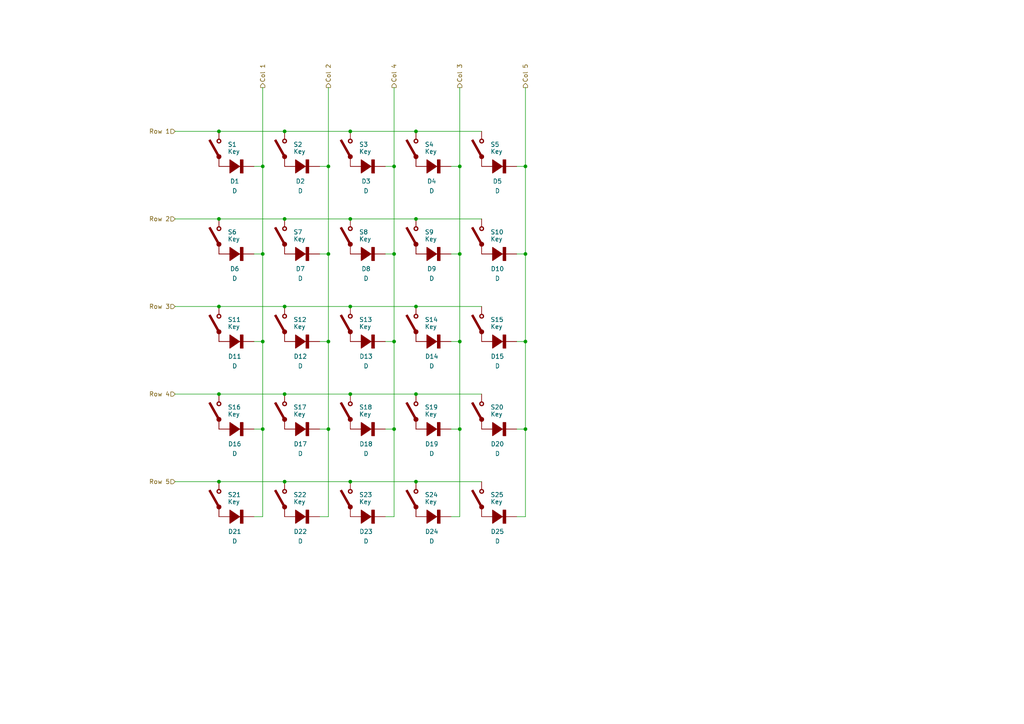
<source format=kicad_sch>
(kicad_sch (version 20250114) (generator "eeschema") (generator_version "9.0")
  (paper "A4")
  (lib_symbols
    (symbol "PCM_Elektuur:D" (pin_numbers (hide yes)) (pin_names (offset 0) (hide yes))
      (property "Reference" "D" (at 0.635 3.175 0))
      (property "Value" "${SIM.PARAMS}" (at 0.635 -3.175 0))
      (symbol "D_1_0"
        (pin passive line (at 0 5.08 270) (length 3.175) (name "A+") (number "2"))
        (pin passive line (at 0 -5.08 90) (length 3.175) (name "K-") (number "1"))
      )
      (symbol "D_1_1"
        (polyline (pts (xy -1.905 -1.905) (xy 1.905 -1.905) (xy 1.905 -1.143) (xy 0 -1.143) (xy 0 -0.889) (xy 1.905 1.905) (xy -1.905 1.905) (xy 0 -0.889) (xy 0 -1.143) (xy -1.905 -1.143) (xy -1.905 -1.905)) (stroke (width 0.254)) (fill (type outline)))
      )
      (symbol "D_1_2"
        (polyline (pts (xy -0.127 -1.905) (xy 1.905 -1.905) (xy 1.905 -1.143) (xy 0 -1.143) (xy 0 -0.889) (xy 1.905 1.905) (xy -0.0254 1.905) (xy -0.9652 0.5334) (xy 0 -0.889) (xy 0 -1.143) (xy -0.127 -1.143) (xy -0.127 -1.905)) (stroke (width 0.254)) (fill (type outline)))
      )
    )
    (symbol "PCM_Elektuur:S-make" (pin_numbers (hide yes)) (pin_names (offset 0) (hide yes))
      (property "Reference" "S" (at 1.27 3.175 0))
      (property "Value" "S-make" (at 1.27 -3.175 0))
      (symbol "S-make_1_1"
        (polyline (pts (xy -2.8956 2.413) (xy -0.381 -2.0574) (xy 0.0254 -1.8288) (xy -2.4892 2.6416) (xy -2.8956 2.413)) (stroke (width 0.254)) (fill (type outline)))
        (circle (center 0 2.2606) (radius 0.5334) (stroke (width 0.3556)))
        (circle (center 0 -2.2606) (radius 0.5334) (stroke (width 0.3556)) (fill (type outline)))
        (pin passive line (at 0 5.08 270) (length 2.2352) (name "4") (number "4"))
        (pin passive line (at 0 -5.08 90) (length 2.2352) (name "3") (number "3"))
      )
      (symbol "S-make_1_2"
        (polyline (pts (xy -0.3556 -1.8796) (xy 0.0508 -1.651) (xy -2.2352 2.413) (xy -2.6416 2.1844) (xy -0.3556 -1.8796)) (stroke (width 0.254)) (fill (type outline)))
        (circle (center 0 2.032) (radius 0.5334) (stroke (width 0.3556)))
        (circle (center 0 -2.032) (radius 0.5334) (stroke (width 0.3556)) (fill (type outline)))
        (pin passive line (at 0 5.08 270) (length 2.4638) (name "4") (number "4"))
        (pin passive line (at 0 -5.08 90) (length 2.4638) (name "3") (number "3"))
      )
      (symbol "S-make_1_3"
        (polyline (pts (xy -0.3556 -2.1082) (xy 0.0508 -1.8796) (xy -2.2352 2.1844) (xy -2.6416 1.9558) (xy -0.3556 -2.1082)) (stroke (width 0.254)) (fill (type outline)))
        (circle (center 0 2.2606) (radius 0.5334) (stroke (width 0.3556)))
        (circle (center 0 -2.2606) (radius 0.5334) (stroke (width 0.3556)) (fill (type outline)))
        (pin passive line (at 0 5.08 270) (length 2.2352) (name "4") (number "4"))
        (pin passive line (at 0 -5.08 90) (length 2.2352) (name "3") (number "3"))
      )
    )
  )
  (junction (at 95.25 48.26))
  (junction (at 95.25 73.66))
  (junction (at 82.55 38.1))
  (junction (at 152.4 99.06))
  (junction (at 76.2 73.66))
  (junction (at 63.5 114.3))
  (junction (at 114.3 124.46))
  (junction (at 133.35 99.06))
  (junction (at 101.6 38.1))
  (junction (at 133.35 73.66))
  (junction (at 152.4 48.26))
  (junction (at 120.65 139.7))
  (junction (at 152.4 124.46))
  (junction (at 63.5 38.1))
  (junction (at 133.35 124.46))
  (junction (at 63.5 139.7))
  (junction (at 120.65 114.3))
  (junction (at 120.65 63.5))
  (junction (at 95.25 99.06))
  (junction (at 114.3 99.06))
  (junction (at 82.55 88.9))
  (junction (at 152.4 73.66))
  (junction (at 76.2 124.46))
  (junction (at 120.65 88.9))
  (junction (at 120.65 38.1))
  (junction (at 82.55 139.7))
  (junction (at 63.5 63.5))
  (junction (at 101.6 63.5))
  (junction (at 82.55 114.3))
  (junction (at 82.55 63.5))
  (junction (at 95.25 124.46))
  (junction (at 101.6 88.9))
  (junction (at 76.2 48.26))
  (junction (at 76.2 99.06))
  (junction (at 101.6 114.3))
  (junction (at 63.5 88.9))
  (junction (at 133.35 48.26))
  (junction (at 101.6 139.7))
  (junction (at 114.3 48.26))
  (junction (at 114.3 73.66))
  (wire (pts (xy 95.25 73.66) (xy 92.71 73.66)))
  (wire (pts (xy 152.4 25.4) (xy 152.4 48.26)))
  (wire (pts (xy 120.65 139.7) (xy 139.7 139.7)))
  (wire (pts (xy 114.3 73.66) (xy 114.3 99.06)))
  (wire (pts (xy 50.8 38.1) (xy 63.5 38.1)))
  (wire (pts (xy 101.6 114.3) (xy 120.65 114.3)))
  (wire (pts (xy 149.86 73.66) (xy 152.4 73.66)))
  (wire (pts (xy 82.55 38.1) (xy 101.6 38.1)))
  (wire (pts (xy 149.86 124.46) (xy 152.4 124.46)))
  (wire (pts (xy 101.6 63.5) (xy 120.65 63.5)))
  (wire (pts (xy 133.35 25.4) (xy 133.35 48.26)))
  (wire (pts (xy 114.3 149.86) (xy 111.76 149.86)))
  (wire (pts (xy 76.2 25.4) (xy 76.2 48.26)))
  (wire (pts (xy 50.8 139.7) (xy 63.5 139.7)))
  (wire (pts (xy 152.4 149.86) (xy 149.86 149.86)))
  (wire (pts (xy 95.25 124.46) (xy 92.71 124.46)))
  (wire (pts (xy 76.2 149.86) (xy 73.66 149.86)))
  (wire (pts (xy 82.55 139.7) (xy 101.6 139.7)))
  (wire (pts (xy 95.25 48.26) (xy 95.25 73.66)))
  (wire (pts (xy 133.35 124.46) (xy 130.81 124.46)))
  (wire (pts (xy 95.25 149.86) (xy 92.71 149.86)))
  (wire (pts (xy 82.55 63.5) (xy 101.6 63.5)))
  (wire (pts (xy 152.4 48.26) (xy 152.4 73.66)))
  (wire (pts (xy 95.25 99.06) (xy 95.25 124.46)))
  (wire (pts (xy 101.6 139.7) (xy 120.65 139.7)))
  (wire (pts (xy 63.5 63.5) (xy 82.55 63.5)))
  (wire (pts (xy 120.65 114.3) (xy 139.7 114.3)))
  (wire (pts (xy 95.25 124.46) (xy 95.25 149.86)))
  (wire (pts (xy 152.4 73.66) (xy 152.4 99.06)))
  (wire (pts (xy 95.25 48.26) (xy 92.71 48.26)))
  (wire (pts (xy 63.5 114.3) (xy 82.55 114.3)))
  (wire (pts (xy 120.65 88.9) (xy 139.7 88.9)))
  (wire (pts (xy 149.86 99.06) (xy 152.4 99.06)))
  (wire (pts (xy 50.8 63.5) (xy 63.5 63.5)))
  (wire (pts (xy 76.2 99.06) (xy 76.2 124.46)))
  (wire (pts (xy 82.55 88.9) (xy 101.6 88.9)))
  (wire (pts (xy 76.2 48.26) (xy 73.66 48.26)))
  (wire (pts (xy 133.35 73.66) (xy 133.35 99.06)))
  (wire (pts (xy 120.65 63.5) (xy 139.7 63.5)))
  (wire (pts (xy 95.25 99.06) (xy 92.71 99.06)))
  (wire (pts (xy 63.5 88.9) (xy 82.55 88.9)))
  (wire (pts (xy 95.25 73.66) (xy 95.25 99.06)))
  (wire (pts (xy 114.3 73.66) (xy 111.76 73.66)))
  (wire (pts (xy 114.3 124.46) (xy 111.76 124.46)))
  (wire (pts (xy 133.35 99.06) (xy 130.81 99.06)))
  (wire (pts (xy 76.2 124.46) (xy 76.2 149.86)))
  (wire (pts (xy 101.6 88.9) (xy 120.65 88.9)))
  (wire (pts (xy 120.65 38.1) (xy 139.7 38.1)))
  (wire (pts (xy 114.3 99.06) (xy 111.76 99.06)))
  (wire (pts (xy 114.3 48.26) (xy 111.76 48.26)))
  (wire (pts (xy 63.5 38.1) (xy 82.55 38.1)))
  (wire (pts (xy 133.35 73.66) (xy 130.81 73.66)))
  (wire (pts (xy 76.2 48.26) (xy 76.2 73.66)))
  (wire (pts (xy 133.35 48.26) (xy 133.35 73.66)))
  (wire (pts (xy 133.35 124.46) (xy 133.35 149.86)))
  (wire (pts (xy 50.8 88.9) (xy 63.5 88.9)))
  (wire (pts (xy 114.3 99.06) (xy 114.3 124.46)))
  (wire (pts (xy 76.2 73.66) (xy 73.66 73.66)))
  (wire (pts (xy 76.2 124.46) (xy 73.66 124.46)))
  (wire (pts (xy 114.3 124.46) (xy 114.3 149.86)))
  (wire (pts (xy 114.3 48.26) (xy 114.3 73.66)))
  (wire (pts (xy 133.35 99.06) (xy 133.35 124.46)))
  (wire (pts (xy 82.55 114.3) (xy 101.6 114.3)))
  (wire (pts (xy 114.3 25.4) (xy 114.3 48.26)))
  (wire (pts (xy 152.4 48.26) (xy 149.86 48.26)))
  (wire (pts (xy 133.35 149.86) (xy 130.81 149.86)))
  (wire (pts (xy 63.5 139.7) (xy 82.55 139.7)))
  (wire (pts (xy 76.2 99.06) (xy 73.66 99.06)))
  (wire (pts (xy 152.4 124.46) (xy 152.4 149.86)))
  (wire (pts (xy 50.8 114.3) (xy 63.5 114.3)))
  (wire (pts (xy 152.4 99.06) (xy 152.4 124.46)))
  (wire (pts (xy 133.35 48.26) (xy 130.81 48.26)))
  (wire (pts (xy 101.6 38.1) (xy 120.65 38.1)))
  (wire (pts (xy 95.25 25.4) (xy 95.25 48.26)))
  (wire (pts (xy 76.2 73.66) (xy 76.2 99.06)))
  (hierarchical_label "Col 4" (shape output) (at 114.3 25.4 90))
  (hierarchical_label "Col 3" (shape output) (at 133.35 25.4 90))
  (hierarchical_label "Col 2" (shape output) (at 95.25 25.4 90))
  (hierarchical_label "Row 3" (shape input) (at 50.8 88.9 180))
  (hierarchical_label "Row 2" (shape input) (at 50.8 63.5 180))
  (hierarchical_label "Row 1" (shape input) (at 50.8 38.1 180))
  (hierarchical_label "Row 5" (shape input) (at 50.8 139.7 180))
  (hierarchical_label "Row 4" (shape input) (at 50.8 114.3 180))
  (hierarchical_label "Col 1" (shape output) (at 76.2 25.4 90))
  (hierarchical_label "Col 5" (shape output) (at 152.4 25.4 90))
  (symbol (lib_id "PCM_Elektuur:S-make") (at 63.5 93.98 0) (unit 1)
    (property "Reference" "S11" (at 66.04 92.7099 0) (effects (justify left)))
    (property "Value" "Key" (at 66.04 94.742 0) (effects (justify left)))
    (property "Description" "make/closing contact; switch, single pole, single throw, normally open (SPST-NO/A)" (effects (hide yes)))
    (property "Sim.Pins" "3=1 3=2 3=3 4=4 4=5 4=6" (effects (hide yes)))
    (property "Sim.Device" "SPICE" (effects (hide yes)))
    (property "Sim.Params" "X" (effects (hide yes)))
    (property "Rating" "V/A" (effects (hide yes)))
  )
  (symbol (lib_id "PCM_Elektuur:S-make") (at 63.5 68.58 0) (unit 1)
    (property "Reference" "S6" (at 66.04 67.3099 0) (effects (justify left)))
    (property "Value" "Key" (at 66.04 69.342 0) (effects (justify left)))
    (property "Description" "make/closing contact; switch, single pole, single throw, normally open (SPST-NO/A)" (effects (hide yes)))
    (property "Sim.Pins" "3=1 3=2 3=3 4=4 4=5 4=6" (effects (hide yes)))
    (property "Sim.Device" "SPICE" (effects (hide yes)))
    (property "Sim.Params" "X" (effects (hide yes)))
    (property "Rating" "V/A" (effects (hide yes)))
  )
  (symbol (lib_id "PCM_Elektuur:D") (at 87.63 48.26 90) (unit 1)
    (property "Reference" "D2" (at 87.122 52.578 90))
    (property "Value" "D" (at 87.122 55.372 90))
    (property "Description" "semiconductor diode" (effects (hide yes)))
    (property "Sim.Pins" "2=1 1=2" (effects (hide yes)))
    (property "Sim.Device" "SPICE" (effects (hide yes)))
    (property "Sim.Params" "type=\"\" model=\"D\" lib=\"semiconductor.lib\"" (effects (hide yes)))
    (property "Rating" "V/A" (effects (hide yes)))
  )
  (symbol (lib_id "PCM_Elektuur:S-make") (at 101.6 119.38 0) (unit 1)
    (property "Reference" "S18" (at 104.14 118.1099 0) (effects (justify left)))
    (property "Value" "Key" (at 104.14 120.142 0) (effects (justify left)))
    (property "Description" "make/closing contact; switch, single pole, single throw, normally open (SPST-NO/A)" (effects (hide yes)))
    (property "Sim.Pins" "3=1 3=2 3=3 4=4 4=5 4=6" (effects (hide yes)))
    (property "Sim.Device" "SPICE" (effects (hide yes)))
    (property "Sim.Params" "X" (effects (hide yes)))
    (property "Rating" "V/A" (effects (hide yes)))
  )
  (symbol (lib_id "PCM_Elektuur:D") (at 144.78 48.26 90) (unit 1)
    (property "Reference" "D5" (at 144.272 52.578 90))
    (property "Value" "D" (at 144.272 55.372 90))
    (property "Description" "semiconductor diode" (effects (hide yes)))
    (property "Sim.Pins" "2=1 1=2" (effects (hide yes)))
    (property "Sim.Device" "SPICE" (effects (hide yes)))
    (property "Sim.Params" "type=\"\" model=\"D\" lib=\"semiconductor.lib\"" (effects (hide yes)))
    (property "Rating" "V/A" (effects (hide yes)))
  )
  (symbol (lib_id "PCM_Elektuur:S-make") (at 82.55 119.38 0) (unit 1)
    (property "Reference" "S17" (at 85.09 118.1099 0) (effects (justify left)))
    (property "Value" "Key" (at 85.09 120.142 0) (effects (justify left)))
    (property "Description" "make/closing contact; switch, single pole, single throw, normally open (SPST-NO/A)" (effects (hide yes)))
    (property "Sim.Pins" "3=1 3=2 3=3 4=4 4=5 4=6" (effects (hide yes)))
    (property "Sim.Device" "SPICE" (effects (hide yes)))
    (property "Sim.Params" "X" (effects (hide yes)))
    (property "Rating" "V/A" (effects (hide yes)))
  )
  (symbol (lib_id "PCM_Elektuur:D") (at 144.78 124.46 90) (unit 1)
    (property "Reference" "D20" (at 144.272 128.778 90))
    (property "Value" "D" (at 144.272 131.572 90))
    (property "Description" "semiconductor diode" (effects (hide yes)))
    (property "Sim.Pins" "2=1 1=2" (effects (hide yes)))
    (property "Sim.Device" "SPICE" (effects (hide yes)))
    (property "Sim.Params" "type=\"\" model=\"D\" lib=\"semiconductor.lib\"" (effects (hide yes)))
    (property "Rating" "V/A" (effects (hide yes)))
  )
  (symbol (lib_id "PCM_Elektuur:D") (at 125.73 124.46 90) (unit 1)
    (property "Reference" "D19" (at 125.222 128.778 90))
    (property "Value" "D" (at 125.222 131.572 90))
    (property "Description" "semiconductor diode" (effects (hide yes)))
    (property "Sim.Pins" "2=1 1=2" (effects (hide yes)))
    (property "Sim.Device" "SPICE" (effects (hide yes)))
    (property "Sim.Params" "type=\"\" model=\"D\" lib=\"semiconductor.lib\"" (effects (hide yes)))
    (property "Rating" "V/A" (effects (hide yes)))
  )
  (symbol (lib_id "PCM_Elektuur:D") (at 68.58 124.46 90) (unit 1)
    (property "Reference" "D16" (at 68.072 128.778 90))
    (property "Value" "D" (at 68.072 131.572 90))
    (property "Description" "semiconductor diode" (effects (hide yes)))
    (property "Sim.Pins" "2=1 1=2" (effects (hide yes)))
    (property "Sim.Device" "SPICE" (effects (hide yes)))
    (property "Sim.Params" "type=\"\" model=\"D\" lib=\"semiconductor.lib\"" (effects (hide yes)))
    (property "Rating" "V/A" (effects (hide yes)))
  )
  (symbol (lib_id "PCM_Elektuur:D") (at 87.63 99.06 90) (unit 1)
    (property "Reference" "D12" (at 87.122 103.378 90))
    (property "Value" "D" (at 87.122 106.172 90))
    (property "Description" "semiconductor diode" (effects (hide yes)))
    (property "Sim.Pins" "2=1 1=2" (effects (hide yes)))
    (property "Sim.Device" "SPICE" (effects (hide yes)))
    (property "Sim.Params" "type=\"\" model=\"D\" lib=\"semiconductor.lib\"" (effects (hide yes)))
    (property "Rating" "V/A" (effects (hide yes)))
  )
  (symbol (lib_id "PCM_Elektuur:S-make") (at 101.6 144.78 0) (unit 1)
    (property "Reference" "S23" (at 104.14 143.5099 0) (effects (justify left)))
    (property "Value" "Key" (at 104.14 145.542 0) (effects (justify left)))
    (property "Description" "make/closing contact; switch, single pole, single throw, normally open (SPST-NO/A)" (effects (hide yes)))
    (property "Sim.Pins" "3=1 3=2 3=3 4=4 4=5 4=6" (effects (hide yes)))
    (property "Sim.Device" "SPICE" (effects (hide yes)))
    (property "Sim.Params" "X" (effects (hide yes)))
    (property "Rating" "V/A" (effects (hide yes)))
  )
  (symbol (lib_id "PCM_Elektuur:S-make") (at 82.55 43.18 0) (unit 1)
    (property "Reference" "S2" (at 85.09 41.9099 0) (effects (justify left)))
    (property "Value" "Key" (at 85.09 43.942 0) (effects (justify left)))
    (property "Description" "make/closing contact; switch, single pole, single throw, normally open (SPST-NO/A)" (effects (hide yes)))
    (property "Sim.Pins" "3=1 3=2 3=3 4=4 4=5 4=6" (effects (hide yes)))
    (property "Sim.Device" "SPICE" (effects (hide yes)))
    (property "Sim.Params" "X" (effects (hide yes)))
    (property "Rating" "V/A" (effects (hide yes)))
  )
  (symbol (lib_id "PCM_Elektuur:S-make") (at 120.65 144.78 0) (unit 1)
    (property "Reference" "S24" (at 123.19 143.5099 0) (effects (justify left)))
    (property "Value" "Key" (at 123.19 145.542 0) (effects (justify left)))
    (property "Description" "make/closing contact; switch, single pole, single throw, normally open (SPST-NO/A)" (effects (hide yes)))
    (property "Sim.Pins" "3=1 3=2 3=3 4=4 4=5 4=6" (effects (hide yes)))
    (property "Sim.Device" "SPICE" (effects (hide yes)))
    (property "Sim.Params" "X" (effects (hide yes)))
    (property "Rating" "V/A" (effects (hide yes)))
  )
  (symbol (lib_id "PCM_Elektuur:S-make") (at 139.7 119.38 0) (unit 1)
    (property "Reference" "S20" (at 142.24 118.1099 0) (effects (justify left)))
    (property "Value" "Key" (at 142.24 120.142 0) (effects (justify left)))
    (property "Description" "make/closing contact; switch, single pole, single throw, normally open (SPST-NO/A)" (effects (hide yes)))
    (property "Sim.Pins" "3=1 3=2 3=3 4=4 4=5 4=6" (effects (hide yes)))
    (property "Sim.Device" "SPICE" (effects (hide yes)))
    (property "Sim.Params" "X" (effects (hide yes)))
    (property "Rating" "V/A" (effects (hide yes)))
  )
  (symbol (lib_id "PCM_Elektuur:S-make") (at 120.65 68.58 0) (unit 1)
    (property "Reference" "S9" (at 123.19 67.3099 0) (effects (justify left)))
    (property "Value" "Key" (at 123.19 69.342 0) (effects (justify left)))
    (property "Description" "make/closing contact; switch, single pole, single throw, normally open (SPST-NO/A)" (effects (hide yes)))
    (property "Sim.Pins" "3=1 3=2 3=3 4=4 4=5 4=6" (effects (hide yes)))
    (property "Sim.Device" "SPICE" (effects (hide yes)))
    (property "Sim.Params" "X" (effects (hide yes)))
    (property "Rating" "V/A" (effects (hide yes)))
  )
  (symbol (lib_id "PCM_Elektuur:S-make") (at 63.5 43.18 0) (unit 1)
    (property "Reference" "S1" (at 66.04 41.9099 0) (effects (justify left)))
    (property "Value" "Key" (at 66.04 43.942 0) (effects (justify left)))
    (property "Description" "make/closing contact; switch, single pole, single throw, normally open (SPST-NO/A)" (effects (hide yes)))
    (property "Sim.Pins" "3=1 3=2 3=3 4=4 4=5 4=6" (effects (hide yes)))
    (property "Sim.Device" "SPICE" (effects (hide yes)))
    (property "Sim.Params" "X" (effects (hide yes)))
    (property "Rating" "V/A" (effects (hide yes)))
  )
  (symbol (lib_id "PCM_Elektuur:S-make") (at 63.5 144.78 0) (unit 1)
    (property "Reference" "S21" (at 66.04 143.5099 0) (effects (justify left)))
    (property "Value" "Key" (at 66.04 145.542 0) (effects (justify left)))
    (property "Description" "make/closing contact; switch, single pole, single throw, normally open (SPST-NO/A)" (effects (hide yes)))
    (property "Sim.Pins" "3=1 3=2 3=3 4=4 4=5 4=6" (effects (hide yes)))
    (property "Sim.Device" "SPICE" (effects (hide yes)))
    (property "Sim.Params" "X" (effects (hide yes)))
    (property "Rating" "V/A" (effects (hide yes)))
  )
  (symbol (lib_id "PCM_Elektuur:S-make") (at 139.7 93.98 0) (unit 1)
    (property "Reference" "S15" (at 142.24 92.7099 0) (effects (justify left)))
    (property "Value" "Key" (at 142.24 94.742 0) (effects (justify left)))
    (property "Description" "make/closing contact; switch, single pole, single throw, normally open (SPST-NO/A)" (effects (hide yes)))
    (property "Sim.Pins" "3=1 3=2 3=3 4=4 4=5 4=6" (effects (hide yes)))
    (property "Sim.Device" "SPICE" (effects (hide yes)))
    (property "Sim.Params" "X" (effects (hide yes)))
    (property "Rating" "V/A" (effects (hide yes)))
  )
  (symbol (lib_id "PCM_Elektuur:S-make") (at 120.65 119.38 0) (unit 1)
    (property "Reference" "S19" (at 123.19 118.1099 0) (effects (justify left)))
    (property "Value" "Key" (at 123.19 120.142 0) (effects (justify left)))
    (property "Description" "make/closing contact; switch, single pole, single throw, normally open (SPST-NO/A)" (effects (hide yes)))
    (property "Sim.Pins" "3=1 3=2 3=3 4=4 4=5 4=6" (effects (hide yes)))
    (property "Sim.Device" "SPICE" (effects (hide yes)))
    (property "Sim.Params" "X" (effects (hide yes)))
    (property "Rating" "V/A" (effects (hide yes)))
  )
  (symbol (lib_id "PCM_Elektuur:S-make") (at 82.55 93.98 0) (unit 1)
    (property "Reference" "S12" (at 85.09 92.7099 0) (effects (justify left)))
    (property "Value" "Key" (at 85.09 94.742 0) (effects (justify left)))
    (property "Description" "make/closing contact; switch, single pole, single throw, normally open (SPST-NO/A)" (effects (hide yes)))
    (property "Sim.Pins" "3=1 3=2 3=3 4=4 4=5 4=6" (effects (hide yes)))
    (property "Sim.Device" "SPICE" (effects (hide yes)))
    (property "Sim.Params" "X" (effects (hide yes)))
    (property "Rating" "V/A" (effects (hide yes)))
  )
  (symbol (lib_id "PCM_Elektuur:D") (at 106.68 73.66 90) (unit 1)
    (property "Reference" "D8" (at 106.172 77.978 90))
    (property "Value" "D" (at 106.172 80.772 90))
    (property "Description" "semiconductor diode" (effects (hide yes)))
    (property "Sim.Pins" "2=1 1=2" (effects (hide yes)))
    (property "Sim.Device" "SPICE" (effects (hide yes)))
    (property "Sim.Params" "type=\"\" model=\"D\" lib=\"semiconductor.lib\"" (effects (hide yes)))
    (property "Rating" "V/A" (effects (hide yes)))
  )
  (symbol (lib_id "PCM_Elektuur:D") (at 125.73 48.26 90) (unit 1)
    (property "Reference" "D4" (at 125.222 52.578 90))
    (property "Value" "D" (at 125.222 55.372 90))
    (property "Description" "semiconductor diode" (effects (hide yes)))
    (property "Sim.Pins" "2=1 1=2" (effects (hide yes)))
    (property "Sim.Device" "SPICE" (effects (hide yes)))
    (property "Sim.Params" "type=\"\" model=\"D\" lib=\"semiconductor.lib\"" (effects (hide yes)))
    (property "Rating" "V/A" (effects (hide yes)))
  )
  (symbol (lib_id "PCM_Elektuur:D") (at 125.73 73.66 90) (unit 1)
    (property "Reference" "D9" (at 125.222 77.978 90))
    (property "Value" "D" (at 125.222 80.772 90))
    (property "Description" "semiconductor diode" (effects (hide yes)))
    (property "Sim.Pins" "2=1 1=2" (effects (hide yes)))
    (property "Sim.Device" "SPICE" (effects (hide yes)))
    (property "Sim.Params" "type=\"\" model=\"D\" lib=\"semiconductor.lib\"" (effects (hide yes)))
    (property "Rating" "V/A" (effects (hide yes)))
  )
  (symbol (lib_id "PCM_Elektuur:S-make") (at 82.55 68.58 0) (unit 1)
    (property "Reference" "S7" (at 85.09 67.3099 0) (effects (justify left)))
    (property "Value" "Key" (at 85.09 69.342 0) (effects (justify left)))
    (property "Description" "make/closing contact; switch, single pole, single throw, normally open (SPST-NO/A)" (effects (hide yes)))
    (property "Sim.Pins" "3=1 3=2 3=3 4=4 4=5 4=6" (effects (hide yes)))
    (property "Sim.Device" "SPICE" (effects (hide yes)))
    (property "Sim.Params" "X" (effects (hide yes)))
    (property "Rating" "V/A" (effects (hide yes)))
  )
  (symbol (lib_id "PCM_Elektuur:D") (at 144.78 73.66 90) (unit 1)
    (property "Reference" "D10" (at 144.272 77.978 90))
    (property "Value" "D" (at 144.272 80.772 90))
    (property "Description" "semiconductor diode" (effects (hide yes)))
    (property "Sim.Pins" "2=1 1=2" (effects (hide yes)))
    (property "Sim.Device" "SPICE" (effects (hide yes)))
    (property "Sim.Params" "type=\"\" model=\"D\" lib=\"semiconductor.lib\"" (effects (hide yes)))
    (property "Rating" "V/A" (effects (hide yes)))
  )
  (symbol (lib_id "PCM_Elektuur:D") (at 87.63 149.86 90) (unit 1)
    (property "Reference" "D22" (at 87.122 154.178 90))
    (property "Value" "D" (at 87.122 156.972 90))
    (property "Description" "semiconductor diode" (effects (hide yes)))
    (property "Sim.Pins" "2=1 1=2" (effects (hide yes)))
    (property "Sim.Device" "SPICE" (effects (hide yes)))
    (property "Sim.Params" "type=\"\" model=\"D\" lib=\"semiconductor.lib\"" (effects (hide yes)))
    (property "Rating" "V/A" (effects (hide yes)))
  )
  (symbol (lib_id "PCM_Elektuur:S-make") (at 139.7 144.78 0) (unit 1)
    (property "Reference" "S25" (at 142.24 143.5099 0) (effects (justify left)))
    (property "Value" "Key" (at 142.24 145.542 0) (effects (justify left)))
    (property "Description" "make/closing contact; switch, single pole, single throw, normally open (SPST-NO/A)" (effects (hide yes)))
    (property "Sim.Pins" "3=1 3=2 3=3 4=4 4=5 4=6" (effects (hide yes)))
    (property "Sim.Device" "SPICE" (effects (hide yes)))
    (property "Sim.Params" "X" (effects (hide yes)))
    (property "Rating" "V/A" (effects (hide yes)))
  )
  (symbol (lib_id "PCM_Elektuur:D") (at 68.58 149.86 90) (unit 1)
    (property "Reference" "D21" (at 68.072 154.178 90))
    (property "Value" "D" (at 68.072 156.972 90))
    (property "Description" "semiconductor diode" (effects (hide yes)))
    (property "Sim.Pins" "2=1 1=2" (effects (hide yes)))
    (property "Sim.Device" "SPICE" (effects (hide yes)))
    (property "Sim.Params" "type=\"\" model=\"D\" lib=\"semiconductor.lib\"" (effects (hide yes)))
    (property "Rating" "V/A" (effects (hide yes)))
  )
  (symbol (lib_id "PCM_Elektuur:D") (at 144.78 149.86 90) (unit 1)
    (property "Reference" "D25" (at 144.272 154.178 90))
    (property "Value" "D" (at 144.272 156.972 90))
    (property "Description" "semiconductor diode" (effects (hide yes)))
    (property "Sim.Pins" "2=1 1=2" (effects (hide yes)))
    (property "Sim.Device" "SPICE" (effects (hide yes)))
    (property "Sim.Params" "type=\"\" model=\"D\" lib=\"semiconductor.lib\"" (effects (hide yes)))
    (property "Rating" "V/A" (effects (hide yes)))
  )
  (symbol (lib_id "PCM_Elektuur:S-make") (at 101.6 68.58 0) (unit 1)
    (property "Reference" "S8" (at 104.14 67.3099 0) (effects (justify left)))
    (property "Value" "Key" (at 104.14 69.342 0) (effects (justify left)))
    (property "Description" "make/closing contact; switch, single pole, single throw, normally open (SPST-NO/A)" (effects (hide yes)))
    (property "Sim.Pins" "3=1 3=2 3=3 4=4 4=5 4=6" (effects (hide yes)))
    (property "Sim.Device" "SPICE" (effects (hide yes)))
    (property "Sim.Params" "X" (effects (hide yes)))
    (property "Rating" "V/A" (effects (hide yes)))
  )
  (symbol (lib_id "PCM_Elektuur:D") (at 144.78 99.06 90) (unit 1)
    (property "Reference" "D15" (at 144.272 103.378 90))
    (property "Value" "D" (at 144.272 106.172 90))
    (property "Description" "semiconductor diode" (effects (hide yes)))
    (property "Sim.Pins" "2=1 1=2" (effects (hide yes)))
    (property "Sim.Device" "SPICE" (effects (hide yes)))
    (property "Sim.Params" "type=\"\" model=\"D\" lib=\"semiconductor.lib\"" (effects (hide yes)))
    (property "Rating" "V/A" (effects (hide yes)))
  )
  (symbol (lib_id "PCM_Elektuur:D") (at 68.58 99.06 90) (unit 1)
    (property "Reference" "D11" (at 68.072 103.378 90))
    (property "Value" "D" (at 68.072 106.172 90))
    (property "Description" "semiconductor diode" (effects (hide yes)))
    (property "Sim.Pins" "2=1 1=2" (effects (hide yes)))
    (property "Sim.Device" "SPICE" (effects (hide yes)))
    (property "Sim.Params" "type=\"\" model=\"D\" lib=\"semiconductor.lib\"" (effects (hide yes)))
    (property "Rating" "V/A" (effects (hide yes)))
  )
  (symbol (lib_id "PCM_Elektuur:D") (at 68.58 48.26 90) (unit 1)
    (property "Reference" "D1" (at 68.072 52.578 90))
    (property "Value" "D" (at 68.072 55.372 90))
    (property "Description" "semiconductor diode" (effects (hide yes)))
    (property "Sim.Pins" "2=1 1=2" (effects (hide yes)))
    (property "Sim.Device" "SPICE" (effects (hide yes)))
    (property "Sim.Params" "type=\"\" model=\"D\" lib=\"semiconductor.lib\"" (effects (hide yes)))
    (property "Rating" "V/A" (effects (hide yes)))
  )
  (symbol (lib_id "PCM_Elektuur:S-make") (at 120.65 93.98 0) (unit 1)
    (property "Reference" "S14" (at 123.19 92.7099 0) (effects (justify left)))
    (property "Value" "Key" (at 123.19 94.742 0) (effects (justify left)))
    (property "Description" "make/closing contact; switch, single pole, single throw, normally open (SPST-NO/A)" (effects (hide yes)))
    (property "Sim.Pins" "3=1 3=2 3=3 4=4 4=5 4=6" (effects (hide yes)))
    (property "Sim.Device" "SPICE" (effects (hide yes)))
    (property "Sim.Params" "X" (effects (hide yes)))
    (property "Rating" "V/A" (effects (hide yes)))
  )
  (symbol (lib_id "PCM_Elektuur:S-make") (at 63.5 119.38 0) (unit 1)
    (property "Reference" "S16" (at 66.04 118.1099 0) (effects (justify left)))
    (property "Value" "Key" (at 66.04 120.142 0) (effects (justify left)))
    (property "Description" "make/closing contact; switch, single pole, single throw, normally open (SPST-NO/A)" (effects (hide yes)))
    (property "Sim.Pins" "3=1 3=2 3=3 4=4 4=5 4=6" (effects (hide yes)))
    (property "Sim.Device" "SPICE" (effects (hide yes)))
    (property "Sim.Params" "X" (effects (hide yes)))
    (property "Rating" "V/A" (effects (hide yes)))
  )
  (symbol (lib_id "PCM_Elektuur:D") (at 106.68 149.86 90) (unit 1)
    (property "Reference" "D23" (at 106.172 154.178 90))
    (property "Value" "D" (at 106.172 156.972 90))
    (property "Description" "semiconductor diode" (effects (hide yes)))
    (property "Sim.Pins" "2=1 1=2" (effects (hide yes)))
    (property "Sim.Device" "SPICE" (effects (hide yes)))
    (property "Sim.Params" "type=\"\" model=\"D\" lib=\"semiconductor.lib\"" (effects (hide yes)))
    (property "Rating" "V/A" (effects (hide yes)))
  )
  (symbol (lib_id "PCM_Elektuur:D") (at 68.58 73.66 90) (unit 1)
    (property "Reference" "D6" (at 68.072 77.978 90))
    (property "Value" "D" (at 68.072 80.772 90))
    (property "Description" "semiconductor diode" (effects (hide yes)))
    (property "Sim.Pins" "2=1 1=2" (effects (hide yes)))
    (property "Sim.Device" "SPICE" (effects (hide yes)))
    (property "Sim.Params" "type=\"\" model=\"D\" lib=\"semiconductor.lib\"" (effects (hide yes)))
    (property "Rating" "V/A" (effects (hide yes)))
  )
  (symbol (lib_id "PCM_Elektuur:S-make") (at 139.7 68.58 0) (unit 1)
    (property "Reference" "S10" (at 142.24 67.3099 0) (effects (justify left)))
    (property "Value" "Key" (at 142.24 69.342 0) (effects (justify left)))
    (property "Description" "make/closing contact; switch, single pole, single throw, normally open (SPST-NO/A)" (effects (hide yes)))
    (property "Sim.Pins" "3=1 3=2 3=3 4=4 4=5 4=6" (effects (hide yes)))
    (property "Sim.Device" "SPICE" (effects (hide yes)))
    (property "Sim.Params" "X" (effects (hide yes)))
    (property "Rating" "V/A" (effects (hide yes)))
  )
  (symbol (lib_id "PCM_Elektuur:S-make") (at 120.65 43.18 0) (unit 1)
    (property "Reference" "S4" (at 123.19 41.9099 0) (effects (justify left)))
    (property "Value" "Key" (at 123.19 43.942 0) (effects (justify left)))
    (property "Description" "make/closing contact; switch, single pole, single throw, normally open (SPST-NO/A)" (effects (hide yes)))
    (property "Sim.Pins" "3=1 3=2 3=3 4=4 4=5 4=6" (effects (hide yes)))
    (property "Sim.Device" "SPICE" (effects (hide yes)))
    (property "Sim.Params" "X" (effects (hide yes)))
    (property "Rating" "V/A" (effects (hide yes)))
  )
  (symbol (lib_id "PCM_Elektuur:S-make") (at 101.6 43.18 0) (unit 1)
    (property "Reference" "S3" (at 104.14 41.9099 0) (effects (justify left)))
    (property "Value" "Key" (at 104.14 43.942 0) (effects (justify left)))
    (property "Description" "make/closing contact; switch, single pole, single throw, normally open (SPST-NO/A)" (effects (hide yes)))
    (property "Sim.Pins" "3=1 3=2 3=3 4=4 4=5 4=6" (effects (hide yes)))
    (property "Sim.Device" "SPICE" (effects (hide yes)))
    (property "Sim.Params" "X" (effects (hide yes)))
    (property "Rating" "V/A" (effects (hide yes)))
  )
  (symbol (lib_id "PCM_Elektuur:D") (at 106.68 99.06 90) (unit 1)
    (property "Reference" "D13" (at 106.172 103.378 90))
    (property "Value" "D" (at 106.172 106.172 90))
    (property "Description" "semiconductor diode" (effects (hide yes)))
    (property "Sim.Pins" "2=1 1=2" (effects (hide yes)))
    (property "Sim.Device" "SPICE" (effects (hide yes)))
    (property "Sim.Params" "type=\"\" model=\"D\" lib=\"semiconductor.lib\"" (effects (hide yes)))
    (property "Rating" "V/A" (effects (hide yes)))
  )
  (symbol (lib_id "PCM_Elektuur:D") (at 125.73 99.06 90) (unit 1)
    (property "Reference" "D14" (at 125.222 103.378 90))
    (property "Value" "D" (at 125.222 106.172 90))
    (property "Description" "semiconductor diode" (effects (hide yes)))
    (property "Sim.Pins" "2=1 1=2" (effects (hide yes)))
    (property "Sim.Device" "SPICE" (effects (hide yes)))
    (property "Sim.Params" "type=\"\" model=\"D\" lib=\"semiconductor.lib\"" (effects (hide yes)))
    (property "Rating" "V/A" (effects (hide yes)))
  )
  (symbol (lib_id "PCM_Elektuur:D") (at 125.73 149.86 90) (unit 1)
    (property "Reference" "D24" (at 125.222 154.178 90))
    (property "Value" "D" (at 125.222 156.972 90))
    (property "Description" "semiconductor diode" (effects (hide yes)))
    (property "Sim.Pins" "2=1 1=2" (effects (hide yes)))
    (property "Sim.Device" "SPICE" (effects (hide yes)))
    (property "Sim.Params" "type=\"\" model=\"D\" lib=\"semiconductor.lib\"" (effects (hide yes)))
    (property "Rating" "V/A" (effects (hide yes)))
  )
  (symbol (lib_id "PCM_Elektuur:S-make") (at 139.7 43.18 0) (unit 1)
    (property "Reference" "S5" (at 142.24 41.9099 0) (effects (justify left)))
    (property "Value" "Key" (at 142.24 43.942 0) (effects (justify left)))
    (property "Description" "make/closing contact; switch, single pole, single throw, normally open (SPST-NO/A)" (effects (hide yes)))
    (property "Sim.Pins" "3=1 3=2 3=3 4=4 4=5 4=6" (effects (hide yes)))
    (property "Sim.Device" "SPICE" (effects (hide yes)))
    (property "Sim.Params" "X" (effects (hide yes)))
    (property "Rating" "V/A" (effects (hide yes)))
  )
  (symbol (lib_id "PCM_Elektuur:D") (at 87.63 124.46 90) (unit 1)
    (property "Reference" "D17" (at 87.122 128.778 90))
    (property "Value" "D" (at 87.122 131.572 90))
    (property "Description" "semiconductor diode" (effects (hide yes)))
    (property "Sim.Pins" "2=1 1=2" (effects (hide yes)))
    (property "Sim.Device" "SPICE" (effects (hide yes)))
    (property "Sim.Params" "type=\"\" model=\"D\" lib=\"semiconductor.lib\"" (effects (hide yes)))
    (property "Rating" "V/A" (effects (hide yes)))
  )
  (symbol (lib_id "PCM_Elektuur:S-make") (at 82.55 144.78 0) (unit 1)
    (property "Reference" "S22" (at 85.09 143.5099 0) (effects (justify left)))
    (property "Value" "Key" (at 85.09 145.542 0) (effects (justify left)))
    (property "Description" "make/closing contact; switch, single pole, single throw, normally open (SPST-NO/A)" (effects (hide yes)))
    (property "Sim.Pins" "3=1 3=2 3=3 4=4 4=5 4=6" (effects (hide yes)))
    (property "Sim.Device" "SPICE" (effects (hide yes)))
    (property "Sim.Params" "X" (effects (hide yes)))
    (property "Rating" "V/A" (effects (hide yes)))
  )
  (symbol (lib_id "PCM_Elektuur:D") (at 106.68 124.46 90) (unit 1)
    (property "Reference" "D18" (at 106.172 128.778 90))
    (property "Value" "D" (at 106.172 131.572 90))
    (property "Description" "semiconductor diode" (effects (hide yes)))
    (property "Sim.Pins" "2=1 1=2" (effects (hide yes)))
    (property "Sim.Device" "SPICE" (effects (hide yes)))
    (property "Sim.Params" "type=\"\" model=\"D\" lib=\"semiconductor.lib\"" (effects (hide yes)))
    (property "Rating" "V/A" (effects (hide yes)))
  )
  (symbol (lib_id "PCM_Elektuur:D") (at 106.68 48.26 90) (unit 1)
    (property "Reference" "D3" (at 106.172 52.578 90))
    (property "Value" "D" (at 106.172 55.372 90))
    (property "Description" "semiconductor diode" (effects (hide yes)))
    (property "Sim.Pins" "2=1 1=2" (effects (hide yes)))
    (property "Sim.Device" "SPICE" (effects (hide yes)))
    (property "Sim.Params" "type=\"\" model=\"D\" lib=\"semiconductor.lib\"" (effects (hide yes)))
    (property "Rating" "V/A" (effects (hide yes)))
  )
  (symbol (lib_id "PCM_Elektuur:D") (at 87.63 73.66 90) (unit 1)
    (property "Reference" "D7" (at 87.122 77.978 90))
    (property "Value" "D" (at 87.122 80.772 90))
    (property "Description" "semiconductor diode" (effects (hide yes)))
    (property "Sim.Pins" "2=1 1=2" (effects (hide yes)))
    (property "Sim.Device" "SPICE" (effects (hide yes)))
    (property "Sim.Params" "type=\"\" model=\"D\" lib=\"semiconductor.lib\"" (effects (hide yes)))
    (property "Rating" "V/A" (effects (hide yes)))
  )
  (symbol (lib_id "PCM_Elektuur:S-make") (at 101.6 93.98 0) (unit 1)
    (property "Reference" "S13" (at 104.14 92.7099 0) (effects (justify left)))
    (property "Value" "Key" (at 104.14 94.742 0) (effects (justify left)))
    (property "Description" "make/closing contact; switch, single pole, single throw, normally open (SPST-NO/A)" (effects (hide yes)))
    (property "Sim.Pins" "3=1 3=2 3=3 4=4 4=5 4=6" (effects (hide yes)))
    (property "Sim.Device" "SPICE" (effects (hide yes)))
    (property "Sim.Params" "X" (effects (hide yes)))
    (property "Rating" "V/A" (effects (hide yes)))
  )
)
</source>
